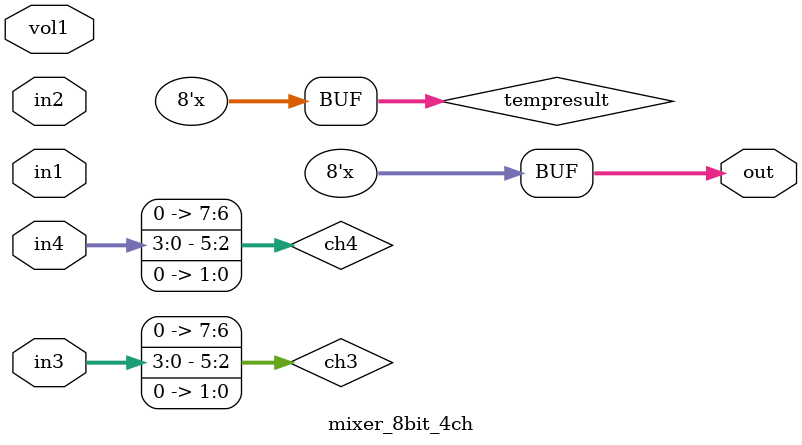
<source format=v>
`timescale 1ns / 1ns

module mixer_8bit_4ch(
	in1,
	in2,
	in3,
	in4,
	vol1,
//	vol2,
//	vol3,
//	vol4,
	out
    );

input [3:0] in1;
input [3:0] in2;
input [3:0] in3;
input [3:0] in4;

input [1:0] vol1;

reg [7:0] ch1;
reg [7:0] ch2;
reg [7:0] ch3;
reg [7:0] ch4;

//reg [7:0] tmpch1;
//reg [7:0] tmpch2;
reg [7:0] tempresult;


output reg [7:0] out;

always @(in1, in2, in3, in4, ch1, ch2, vol1) //should this be a sampling rate? who knows 
begin


ch1 <= in1 << 2;
ch2 <= in2 << 2;
ch3 <= in3 << 2;
ch4 <= in4 << 2;

//volume1: first volume ch. may be used on tri

case (vol1) //1/4, 1/2, 3/4 and full volume. Note ordering of volumes from low to hi: 00, 01, 11, 10. 

2'b00: //routine for caculating volume. 00: 1/4
begin
	
	ch1 <= in1;
	ch2 <= in2;
end
2'b01: //01: 1/2
begin
	ch1 <= in1 << 1;
	ch2 <= in2 << 1;
end
2'b10: //11: 3/4
begin
	ch1 <= (in1) + (in1 << 1);
	ch2 <= (in2) + (in2 << 1);
end
2'b11: //10: full volume 
begin
	ch1 <= in1 << 2;
	ch2 <= in2 << 2;
end
default:
begin
	ch1 <=  in1 << 2; 
end
endcase 





tempresult = (ch1 + ch2 + ch3 + ch4);

//tempresult = tempresult >> 2;

out = tempresult[7:0];

end

endmodule

</source>
